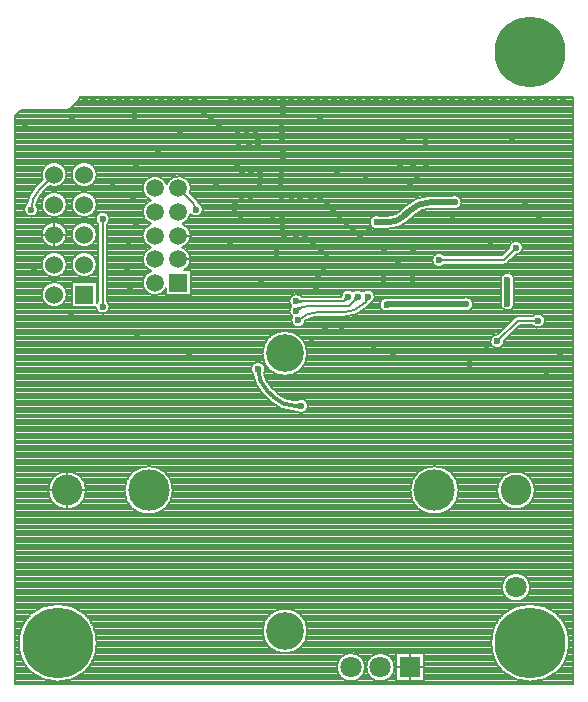
<source format=gbl>
G04*
G04 #@! TF.GenerationSoftware,Altium Limited,Altium Designer,18.1.7 (191)*
G04*
G04 Layer_Physical_Order=2*
G04 Layer_Color=16711680*
%FSLAX24Y24*%
%MOIN*%
G70*
G01*
G75*
%ADD11C,0.0079*%
%ADD17C,0.0197*%
%ADD53C,0.0138*%
%ADD70C,0.2362*%
%ADD71C,0.0709*%
%ADD72R,0.0709X0.0709*%
%ADD73C,0.0600*%
%ADD74R,0.0600X0.0600*%
%ADD75C,0.1260*%
%ADD76C,0.0591*%
%ADD77R,0.0591X0.0591*%
%ADD78C,0.1024*%
%ADD79C,0.1378*%
%ADD80C,0.0236*%
G36*
X9701Y12672D02*
X9692Y12667D01*
X9683Y12661D01*
X9675Y12654D01*
X9668Y12647D01*
X9662Y12639D01*
X9657Y12630D01*
X9653Y12620D01*
X9649Y12610D01*
X9647Y12599D01*
X9645Y12587D01*
X9542Y12716D01*
X9553Y12715D01*
X9564Y12714D01*
X9575Y12715D01*
X9586Y12715D01*
X9597Y12717D01*
X9608Y12719D01*
X9619Y12722D01*
X9629Y12726D01*
X9640Y12730D01*
X9650Y12735D01*
X9701Y12672D01*
D02*
G37*
G36*
X9706Y12874D02*
X9695Y12874D01*
X9684Y12872D01*
X9674Y12870D01*
X9664Y12868D01*
X9653Y12864D01*
X9643Y12860D01*
X9634Y12854D01*
X9624Y12848D01*
X9614Y12841D01*
X9605Y12834D01*
X9618Y12999D01*
X9626Y12990D01*
X9634Y12982D01*
X9643Y12975D01*
X9652Y12969D01*
X9661Y12964D01*
X9671Y12960D01*
X9681Y12957D01*
X9691Y12955D01*
X9702Y12953D01*
X9713Y12953D01*
X9706Y12874D01*
D02*
G37*
G36*
X11103Y12970D02*
X11111Y12978D01*
X11117Y12986D01*
X11123Y12995D01*
X11128Y13005D01*
X11132Y13014D01*
X11136Y13025D01*
X11139Y13035D01*
X11140Y13046D01*
X11141Y13058D01*
X11142Y13070D01*
X11259Y12953D01*
X11247Y12952D01*
X11235Y12951D01*
X11224Y12950D01*
X11214Y12947D01*
X11203Y12943D01*
X11194Y12939D01*
X11184Y12934D01*
X11175Y12928D01*
X11167Y12922D01*
X11159Y12914D01*
X11103Y12970D01*
D02*
G37*
G36*
X11425Y12958D02*
X11432Y12966D01*
X11439Y12974D01*
X11445Y12983D01*
X11449Y12993D01*
X11453Y13002D01*
X11456Y13012D01*
X11458Y13023D01*
X11459Y13033D01*
X11459Y13045D01*
X11458Y13056D01*
X11587Y12953D01*
X11575Y12952D01*
X11563Y12950D01*
X11552Y12947D01*
X11542Y12943D01*
X11531Y12939D01*
X11522Y12934D01*
X11512Y12929D01*
X11504Y12923D01*
X11495Y12916D01*
X11487Y12909D01*
X11425Y12958D01*
D02*
G37*
G36*
X11819Y12938D02*
X11824Y12944D01*
X11832Y12955D01*
X11835Y12960D01*
X11837Y12964D01*
X11838Y12968D01*
X11838Y12971D01*
X11838Y12974D01*
X11837Y12977D01*
X11835Y12979D01*
X11930Y12955D01*
X11929Y12954D01*
X11928Y12953D01*
X11926Y12951D01*
X11921Y12945D01*
X11906Y12924D01*
X11902Y12917D01*
X11819Y12938D01*
D02*
G37*
D11*
X17087Y14705D02*
G03*
X16615Y14692I-236J0D01*
G01*
X16837Y14469D02*
G03*
X17087Y14705I13J236D01*
G01*
X16437Y14134D02*
G03*
X16549Y14180I0J157D01*
G01*
X16437Y14134D02*
G03*
X16548Y14180I0J157D01*
G01*
X16801Y13642D02*
G03*
X16348Y13547I-236J0D01*
G01*
X16782D02*
G03*
X16801Y13642I-217J94D01*
G01*
Y12835D02*
G03*
X16782Y12929I-236J0D01*
G01*
X17825Y12274D02*
G03*
X17413Y12431I-236J0D01*
G01*
X16919D02*
G03*
X16808Y12385I0J-157D01*
G01*
X16919Y12431D02*
G03*
X16808Y12385I0J-157D01*
G01*
X17413Y12116D02*
G03*
X17825Y12274I176J157D01*
G01*
X15423Y12815D02*
G03*
X15093Y13032I-236J0D01*
G01*
X16348Y12929D02*
G03*
X16801Y12835I217J-94D01*
G01*
X15093Y12598D02*
G03*
X15423Y12815I94J217D01*
G01*
X15039Y16220D02*
G03*
X14709Y16437I-236J0D01*
G01*
X13997D02*
G03*
X13137Y16081I0J-1217D01*
G01*
X14709Y16004D02*
G03*
X15039Y16220I94J217D01*
G01*
X6288Y16185D02*
G03*
X6202Y16304I-416J-210D01*
G01*
X13063Y16007D02*
G03*
X12936Y15887I86J-220D01*
G01*
X13997Y16004D02*
G03*
X13443Y15774I0J-783D01*
G01*
X12579Y15768D02*
G03*
X12936Y15887I0J590D01*
G01*
X13224Y15563D02*
G03*
X13369Y15701I-74J224D01*
G01*
X12579Y15335D02*
G03*
X13224Y15563I0J1023D01*
G01*
X12299Y15768D02*
G03*
X12299Y15335I-94J-217D01*
G01*
X6417Y15974D02*
G03*
X6288Y16185I-236J0D01*
G01*
X6006Y15816D02*
G03*
X6417Y15974I175J159D01*
G01*
X6014Y16683D02*
G03*
X5207Y16809I-413J0D01*
G01*
X5982Y16524D02*
G03*
X6014Y16683I-382J159D01*
G01*
X5207Y16809D02*
G03*
X4687Y16289I-394J-126D01*
G01*
X5726Y15502D02*
G03*
X6006Y15816I-126J394D01*
G01*
X6014Y15108D02*
G03*
X5726Y15502I-413J0D01*
G01*
X4687Y16289D02*
G03*
X4687Y15502I126J-394D01*
G01*
D02*
G03*
X4687Y14715I126J-394D01*
G01*
X5726D02*
G03*
X6014Y15108I-126J394D01*
G01*
X3228Y15485D02*
G03*
X3307Y15661I-157J176D01*
G01*
X14467Y14449D02*
G03*
X14467Y14134I-176J-157D01*
G01*
X12145Y13071D02*
G03*
X11742Y13238I-236J0D01*
G01*
X11742D02*
G03*
X11417Y13247I-167J-167D01*
G01*
X11417D02*
G03*
X11024Y13084I-157J-176D01*
G01*
X12005Y12855D02*
G03*
X12145Y13071I-97J216D01*
G01*
X12607Y13032D02*
G03*
X12654Y12598I-67J-226D01*
G01*
X11950Y12790D02*
G03*
X11991Y12838I-280J280D01*
G01*
X11112Y12402D02*
G03*
X11879Y12719I0J1084D01*
G01*
X9698Y13086D02*
G03*
X9356Y12761I-171J-163D01*
G01*
D02*
G03*
X9393Y12404I172J-162D01*
G01*
X10262Y12402D02*
G03*
X9832Y12273I0J-783D01*
G01*
X9393Y12404D02*
G03*
X9832Y12273I203J-121D01*
G01*
X6014Y14321D02*
G03*
X5726Y14715I-413J0D01*
G01*
X5776Y13947D02*
G03*
X6014Y14321I-176J374D01*
G01*
X4687Y14715D02*
G03*
X4687Y13927I126J-394D01*
G01*
D02*
G03*
X5187Y13357I126J-394D01*
G01*
X3307Y12736D02*
G03*
X3228Y12912I-236J0D01*
G01*
X16243Y11820D02*
G03*
X16467Y11585I-13J-236D01*
G01*
X17480Y6614D02*
G03*
X17480Y6614I-630J0D01*
G01*
X17323Y3386D02*
G03*
X17323Y3386I-472J0D01*
G01*
D02*
G03*
X17323Y3386I-472J0D01*
G01*
X18622Y1535D02*
G03*
X18622Y1535I-1299J0D01*
G01*
X9921Y9429D02*
G03*
X9541Y9616I-236J0D01*
G01*
X8904Y9854D02*
G03*
X9479Y9616I575J575D01*
G01*
X8640Y9590D02*
G03*
X9479Y9242I839J839D01*
G01*
X14941Y6614D02*
G03*
X14941Y6614I-807J0D01*
G01*
D02*
G03*
X14941Y6614I-807J0D01*
G01*
X9541Y9242D02*
G03*
X9921Y9429I144J187D01*
G01*
X9892Y11181D02*
G03*
X9892Y11181I-748J0D01*
G01*
D02*
G03*
X9892Y11181I-748J0D01*
G01*
X8454Y10528D02*
G03*
X8494Y10659I-196J131D01*
G01*
D02*
G03*
X8080Y10504I-236J0D01*
G01*
X8454Y10528D02*
G03*
X8683Y10076I804J122D01*
G01*
X8080Y10504D02*
G03*
X8419Y9811I1178J146D01*
G01*
X5413Y6614D02*
G03*
X5413Y6614I-807J0D01*
G01*
D02*
G03*
X5413Y6614I-807J0D01*
G01*
X12805Y719D02*
G03*
X12805Y719I-472J0D01*
G01*
X11821D02*
G03*
X11821Y719I-472J0D01*
G01*
X9900Y1929D02*
G03*
X9900Y1929I-748J0D01*
G01*
D02*
G03*
X9900Y1929I-748J0D01*
G01*
X2277Y19623D02*
G03*
X2323Y19734I-111J111D01*
G01*
X2277Y19623D02*
G03*
X2323Y19734I-111J112D01*
G01*
X2875Y17142D02*
G03*
X2875Y17142I-418J0D01*
G01*
Y16142D02*
G03*
X2875Y16142I-418J0D01*
G01*
X3307Y15661D02*
G03*
X2913Y15485I-236J0D01*
G01*
X2875Y15142D02*
G03*
X2875Y15142I-418J0D01*
G01*
Y14142D02*
G03*
X2875Y14142I-418J0D01*
G01*
X1890Y19301D02*
G03*
X2001Y19347I0J157D01*
G01*
X1890Y19301D02*
G03*
X2001Y19347I0J157D01*
G01*
X1875Y17142D02*
G03*
X1071Y16979I-418J0D01*
G01*
X1294Y16757D02*
G03*
X1875Y17142I163J385D01*
G01*
Y16142D02*
G03*
X1875Y16142I-418J0D01*
G01*
X860Y16768D02*
G03*
X548Y16164I794J-794D01*
G01*
X1083Y16545D02*
G03*
X863Y16135I571J-571D01*
G01*
X925Y15974D02*
G03*
X863Y16135I-236J0D01*
G01*
X548Y16164D02*
G03*
X925Y15974I141J-189D01*
G01*
X1875Y15142D02*
G03*
X1875Y15142I-418J0D01*
G01*
Y14142D02*
G03*
X1875Y14142I-418J0D01*
G01*
X2913Y12912D02*
G03*
X2875Y12868I157J-176D01*
G01*
X1875Y13142D02*
G03*
X1875Y13142I-418J0D01*
G01*
X2835Y12724D02*
G03*
X3307Y12736I236J13D01*
G01*
X2520Y6614D02*
G03*
X2520Y6614I-630J0D01*
G01*
X2874Y1535D02*
G03*
X2874Y1535I-1299J0D01*
G01*
X11112Y12559D02*
G03*
X11767Y12830I0J927D01*
G01*
X10262Y12559D02*
G03*
X9596Y12283I0J-941D01*
G01*
X3091Y15709D02*
G03*
X3071Y15661I48J-48D01*
G01*
X9908Y12756D02*
G03*
X9528Y12598I0J-538D01*
G01*
X972Y16657D02*
G03*
X689Y15974I682J-682D01*
G01*
X11839Y12902D02*
G03*
X11909Y13071I-169J169D01*
G01*
X6181Y15974D02*
G03*
X6091Y16193I-309J0D01*
G01*
X15026Y16299D02*
X18740D01*
X15039Y16220D02*
X18740D01*
X14809Y16457D02*
X18740D01*
X14979Y16378D02*
X18740D01*
X15026Y16142D02*
X18740D01*
X14979Y16063D02*
X18740D01*
X13822Y15984D02*
X18740D01*
X13617Y15905D02*
X18740D01*
X17065Y14803D02*
X18740D01*
X17086Y14724D02*
X18740D01*
X17007Y14882D02*
X18740D01*
X17079Y14646D02*
X18740D01*
X17042Y14567D02*
X18740D01*
X14422Y14488D02*
X16411D01*
X16945D02*
X18740D01*
X16778Y14409D02*
X18740D01*
X16699Y14331D02*
X18740D01*
X16620Y14252D02*
X18740D01*
X16660Y13858D02*
X18740D01*
X16757Y13779D02*
X18740D01*
X16541Y14173D02*
X18740D01*
X14422Y14094D02*
X18740D01*
X16549Y14180D02*
X16837Y14469D01*
X14467Y14449D02*
X16372D01*
X16615Y14692D01*
X14467Y14134D02*
X16437D01*
X13501Y15827D02*
X18740D01*
X13416Y15748D02*
X18740D01*
X5986Y16535D02*
X18740D01*
X13354Y15669D02*
X18740D01*
X13280Y15590D02*
X18740D01*
X13155Y15512D02*
X18740D01*
X13017Y15433D02*
X18740D01*
X12779Y15354D02*
X18740D01*
X5933Y16929D02*
X18740D01*
X5978Y16850D02*
X18740D01*
X5690Y17087D02*
X18740D01*
X5856Y17008D02*
X18740D01*
X6014Y16693D02*
X18740D01*
X6008Y16614D02*
X18740D01*
X6004Y16772D02*
X18740D01*
X6014Y15118D02*
X18740D01*
X6008Y15039D02*
X18740D01*
X5978Y15276D02*
X18740D01*
X6004Y15197D02*
X18740D01*
X5986Y14961D02*
X18740D01*
X6014Y13937D02*
X18740D01*
X5946Y14882D02*
X16694D01*
X5879Y14016D02*
X18740D01*
X5879Y14803D02*
X16636D01*
X5933Y14567D02*
X16490D01*
X5754Y14724D02*
X16615D01*
X5856Y14646D02*
X16569D01*
X6014Y13779D02*
X16373D01*
X6014Y13701D02*
X16336D01*
X6014Y13858D02*
X16470D01*
X16794Y13701D02*
X18740D01*
X16800Y13622D02*
X18740D01*
X16782Y13543D02*
X18740D01*
X16782Y13464D02*
X18740D01*
X16782Y13228D02*
X18740D01*
X16788Y12913D02*
X18740D01*
X16782Y13386D02*
X18740D01*
X16782Y13307D02*
X18740D01*
X16782Y13150D02*
X18740D01*
X16782Y13071D02*
X18740D01*
X16782Y12929D02*
Y13547D01*
X16801Y12835D02*
X18740D01*
X16782Y12992D02*
X18740D01*
X17808Y12362D02*
X18740D01*
X17825Y12283D02*
X18740D01*
X16788Y12756D02*
X18740D01*
X17755Y12441D02*
X18740D01*
X17815Y12205D02*
X18740D01*
X17773Y12126D02*
X18740D01*
X17656Y12047D02*
X18740D01*
X16837Y11968D02*
X18740D01*
X16919Y12431D02*
X17413D01*
X16985Y12116D02*
X17413D01*
X16916Y12047D02*
X17521D01*
X6014Y13386D02*
X16348D01*
X11914Y13307D02*
X16348D01*
X6014Y13543D02*
X16348D01*
X6014Y13464D02*
X16348D01*
X12145Y13071D02*
X16348D01*
X16741Y12677D02*
X18740D01*
X12085Y13228D02*
X16348D01*
X12132Y13150D02*
X16348D01*
X15343Y12992D02*
X16348D01*
Y12929D02*
Y13547D01*
X6014Y13622D02*
X16330D01*
X15422Y12835D02*
X16329D01*
X15416Y12756D02*
X16342D01*
X15402Y12913D02*
X16342D01*
X15281Y12598D02*
X18740D01*
X11604Y12520D02*
X18740D01*
X11401Y12441D02*
X17422D01*
X16758Y11890D02*
X18740D01*
X16679Y11811D02*
X18740D01*
X10016Y12362D02*
X16785D01*
X16243Y11820D02*
X16808Y12385D01*
X15379Y12677D02*
X16389D01*
X12654Y12598D02*
X15093D01*
X9848Y12283D02*
X16706D01*
X9819Y12205D02*
X16628D01*
X9772Y12126D02*
X16549D01*
X9383Y11890D02*
X16313D01*
X13997Y16437D02*
X14709D01*
X6050Y16457D02*
X14797D01*
X13997Y16004D02*
X14709D01*
X6128Y16378D02*
X13622D01*
X6207Y16299D02*
X13434D01*
X6268Y16220D02*
X13304D01*
X6348Y16142D02*
X13202D01*
X5982Y16524D02*
X6202Y16304D01*
X13063Y16007D02*
X13136Y16080D01*
X6417Y15984D02*
X13019D01*
X6400Y16063D02*
X13119D01*
X6407Y15905D02*
X12945D01*
X13369Y15701D02*
X13443Y15774D01*
X6365Y15827D02*
X12836D01*
X12299Y15768D02*
X12579D01*
X6248Y15748D02*
X12074D01*
X12299Y15335D02*
X12579D01*
X5986Y15748D02*
X6114D01*
X5145Y16929D02*
X5268D01*
X4903Y17087D02*
X5510D01*
X5069Y17008D02*
X5345D01*
X5946Y15669D02*
X12000D01*
X5879Y15590D02*
X11972D01*
X5754Y15512D02*
X11972D01*
X5191Y16850D02*
X5222D01*
X3239Y15827D02*
X4405D01*
X3291Y15748D02*
X4427D01*
X3307Y15669D02*
X4467D01*
X3296Y15590D02*
X4534D01*
X3254Y15512D02*
X4660D01*
X5856Y15433D02*
X12000D01*
X5933Y15354D02*
X12074D01*
X5600Y15108D02*
X5974D01*
X3228Y15354D02*
X4481D01*
X3228Y15276D02*
X4435D01*
X3228Y12912D02*
Y15485D01*
Y15118D02*
X4400D01*
X3228Y14961D02*
X4427D01*
X3228Y15197D02*
X4409D01*
X11265Y13307D02*
X11569D01*
X12607Y13032D02*
X15093D01*
X12132Y12992D02*
X12396D01*
X11580Y13307D02*
X11903D01*
X12085Y12913D02*
X12330D01*
X6014Y13120D02*
Y13947D01*
Y13307D02*
X11254D01*
X6014Y13228D02*
X11084D01*
X9594Y13150D02*
X11037D01*
X9730Y13071D02*
X11021D01*
X6014Y13150D02*
X9461D01*
X11988Y12835D02*
X12306D01*
X11916Y12756D02*
X12309D01*
X12654Y12598D02*
X15093D01*
X11834Y12677D02*
X12341D01*
X11735Y12598D02*
X12426D01*
X11879Y12719D02*
X11950Y12790D01*
X10262Y12402D02*
X11112D01*
X6004Y14409D02*
X14087D01*
X6014Y14331D02*
X14058D01*
X5978Y14488D02*
X14161D01*
X6008Y14252D02*
X14058D01*
X5986Y14173D02*
X14087D01*
X5946Y14094D02*
X14161D01*
X3228Y14724D02*
X4660D01*
X5600Y14321D02*
X5974D01*
X3228Y14567D02*
X4481D01*
X3228Y14173D02*
X4427D01*
X3228Y14016D02*
X4534D01*
X5776Y13947D02*
X6014D01*
X3228Y14094D02*
X4467D01*
X5187Y13120D02*
X6014D01*
X5187D02*
Y13357D01*
X5092Y13228D02*
X5187D01*
X4966Y13150D02*
X5187D01*
X3306Y12756D02*
X9351D01*
X3300Y12677D02*
X9305D01*
X3286Y12835D02*
X9309D01*
X3263Y12598D02*
X9291D01*
X3228Y13937D02*
X4660D01*
X3228Y13858D02*
X4557D01*
X3228Y13150D02*
X4660D01*
X3228Y13622D02*
X4409D01*
X16601Y11732D02*
X18740D01*
X16466Y11575D02*
X18740D01*
X16449Y11496D02*
X18740D01*
X16397Y11417D02*
X18740D01*
X17342Y7008D02*
X18740D01*
X17396Y6929D02*
X18740D01*
X16859Y7244D02*
X18740D01*
X17155Y7165D02*
X18740D01*
X16522Y11653D02*
X18740D01*
X16466Y11598D02*
X16985Y12116D01*
X14638Y7244D02*
X16842D01*
X14788Y7087D02*
X16434D01*
X17267D02*
X18740D01*
X14723Y7165D02*
X16545D01*
X17475Y6693D02*
X18740D01*
X17480Y6614D02*
X18740D01*
X17434Y6850D02*
X18740D01*
X17460Y6772D02*
X18740D01*
X17475Y6535D02*
X18740D01*
X17460Y6457D02*
X18740D01*
X17434Y6378D02*
X18740D01*
X17396Y6299D02*
X18740D01*
X17342Y6220D02*
X18740D01*
Y157D02*
Y19734D01*
X14788Y6142D02*
X16434D01*
X17267D02*
X18740D01*
X17155Y6063D02*
X18740D01*
X14723D02*
X16546D01*
X9780Y10787D02*
X18740D01*
X9724Y10709D02*
X18740D01*
X9649Y10630D02*
X18740D01*
X9547Y10551D02*
X18740D01*
X9383Y10472D02*
X18740D01*
X8558Y10236D02*
X18740D01*
X8486Y10394D02*
X18740D01*
X8517Y10315D02*
X18740D01*
X9888Y11260D02*
X18740D01*
X9892Y11181D02*
X18740D01*
X9875Y11339D02*
X18740D01*
X9888Y11102D02*
X18740D01*
X9875Y11024D02*
X18740D01*
X9853Y10945D02*
X18740D01*
X9822Y10866D02*
X18740D01*
X9920Y9449D02*
X18740D01*
X9914Y9370D02*
X18740D01*
X9841Y9606D02*
X18740D01*
X9900Y9528D02*
X18740D01*
X14311Y7402D02*
X18740D01*
X14520Y7323D02*
X18740D01*
X9877Y9291D02*
X18740D01*
X9779Y9213D02*
X18740D01*
X8759Y10000D02*
X18740D01*
X8837Y9921D02*
X18740D01*
X8611Y10157D02*
X18740D01*
X8680Y10079D02*
X18740D01*
X9012Y9764D02*
X18740D01*
X9152Y9685D02*
X18740D01*
X8916Y9842D02*
X18740D01*
X18548Y1968D02*
X18740D01*
X18573Y1890D02*
X18740D01*
X18480Y2126D02*
X18740D01*
X18517Y2047D02*
X18740D01*
X18617Y1654D02*
X18740D01*
X18621Y1575D02*
X18740D01*
X18592Y1811D02*
X18740D01*
X18607Y1732D02*
X18740D01*
X18171Y2520D02*
X18740D01*
X18255Y2441D02*
X18740D01*
X17943Y2677D02*
X18740D01*
X18070Y2598D02*
X18740D01*
X18385Y2283D02*
X18740D01*
X18436Y2205D02*
X18740D01*
X18325Y2362D02*
X18740D01*
X18480Y945D02*
X18740D01*
X18436Y866D02*
X18740D01*
X18385Y787D02*
X18740D01*
X18325Y709D02*
X18740D01*
X18254Y630D02*
X18740D01*
X18171Y551D02*
X18740D01*
X18070Y472D02*
X18740D01*
X17943Y394D02*
X18740D01*
X18621Y1496D02*
X18740D01*
X18617Y1417D02*
X18740D01*
X18607Y1339D02*
X18740D01*
X18592Y1260D02*
X18740D01*
X18573Y1181D02*
X18740D01*
X18548Y1102D02*
X18740D01*
X18517Y1024D02*
X18740D01*
X17316Y3465D02*
X18740D01*
X17323Y3386D02*
X18740D01*
X17296Y3543D02*
X18740D01*
X17316Y3307D02*
X18740D01*
X17296Y3228D02*
X18740D01*
X17260Y3150D02*
X18740D01*
X17202Y3071D02*
X18740D01*
X17111Y2992D02*
X18740D01*
X14638Y5984D02*
X18740D01*
X16857Y3858D02*
X18740D01*
X14520Y5905D02*
X18740D01*
X14311Y5827D02*
X18740D01*
X17203Y3701D02*
X18740D01*
X17260Y3622D02*
X18740D01*
X17112Y3779D02*
X18740D01*
X17334Y2835D02*
X18740D01*
X17768Y2756D02*
X18740D01*
X17768Y315D02*
X18740D01*
X13789Y394D02*
X16703D01*
X13789Y315D02*
X16878D01*
X9611Y2520D02*
X16475D01*
X9697Y2441D02*
X16391D01*
X9160Y2677D02*
X16703D01*
X9486Y2598D02*
X16576D01*
X13789Y551D02*
X16475D01*
X13789Y472D02*
X16576D01*
X13789Y630D02*
X16391D01*
X9724Y11653D02*
X16004D01*
X9780Y11575D02*
X15994D01*
X9547Y11811D02*
X16163D01*
X9649Y11732D02*
X16046D01*
X9822Y11496D02*
X16011D01*
X9853Y11417D02*
X16064D01*
X9479Y9616D02*
X9541D01*
X8489Y10709D02*
X8564D01*
X8492Y10630D02*
X8638D01*
X8468Y10551D02*
X8740D01*
X8465Y10472D02*
X8904D01*
X8683Y10076D02*
X8904Y9854D01*
X14906Y6850D02*
X16266D01*
X14925Y6772D02*
X16240D01*
X14838Y7008D02*
X16359D01*
X14877Y6929D02*
X16305D01*
X14925Y6457D02*
X16240D01*
X14906Y6378D02*
X16266D01*
X14877Y6299D02*
X16305D01*
X14838Y6220D02*
X16359D01*
X9479Y9242D02*
X9541D01*
X14937Y6693D02*
X16225D01*
X14941Y6614D02*
X16220D01*
X14937Y6535D02*
X16225D01*
X4784Y7402D02*
X13956D01*
X4993Y7323D02*
X13748D01*
X5261Y7087D02*
X13479D01*
X5311Y7008D02*
X13429D01*
X5111Y7244D02*
X13629D01*
X5196Y7165D02*
X13544D01*
X8456Y10787D02*
X8508D01*
X8372Y10866D02*
X8465D01*
X8419Y9811D02*
X8640Y9590D01*
X5378Y6850D02*
X13362D01*
X5378Y6378D02*
X13362D01*
X5349Y6929D02*
X13391D01*
X5349Y6299D02*
X13391D01*
X5311Y6220D02*
X13429D01*
X5261Y6142D02*
X13480D01*
X5196Y6063D02*
X13544D01*
X5111Y5984D02*
X13629D01*
X5398Y6772D02*
X13342D01*
X5410Y6693D02*
X13331D01*
X5413Y6614D02*
X13327D01*
X5410Y6535D02*
X13331D01*
X5398Y6457D02*
X13342D01*
X13789Y1102D02*
X16098D01*
X13789Y1024D02*
X16129D01*
X12844Y1191D02*
X13789D01*
Y1181D02*
X16073D01*
X13789Y945D02*
X16166D01*
X13789Y866D02*
X16209D01*
X13789Y787D02*
X16261D01*
X12884Y719D02*
X13317D01*
X12693Y1024D02*
X12844D01*
X12747Y945D02*
X12844D01*
X12429Y1181D02*
X12844D01*
X12608Y1102D02*
X12844D01*
X12781Y866D02*
X12844D01*
X12800Y787D02*
X12844D01*
X11816D02*
X11865D01*
X13317Y719D02*
Y1152D01*
X13789Y246D02*
Y1191D01*
X13317Y719D02*
X13750D01*
X13317Y285D02*
Y719D01*
X13789Y709D02*
X16321D01*
X12844Y246D02*
X13789D01*
X12805Y709D02*
X12844D01*
X12797Y630D02*
X12844D01*
X12774Y551D02*
X12844D01*
Y246D02*
Y1191D01*
X11821Y709D02*
X11860D01*
X12736Y472D02*
X12844D01*
X12676Y394D02*
X12844D01*
X12578Y315D02*
X12844D01*
X9847Y2205D02*
X16209D01*
X9873Y2126D02*
X16166D01*
X9762Y2362D02*
X16321D01*
X9811Y2283D02*
X16261D01*
X9899Y1968D02*
X16098D01*
X9899Y1890D02*
X16073D01*
X9890Y2047D02*
X16129D01*
X9890Y1811D02*
X16053D01*
X9873Y1732D02*
X16039D01*
X9847Y1654D02*
X16029D01*
X4992Y5905D02*
X13748D01*
X4783Y5827D02*
X13957D01*
X9811Y1575D02*
X16024D01*
X9762Y1496D02*
X16024D01*
X9697Y1417D02*
X16029D01*
X11445Y1181D02*
X12237D01*
X11624Y1102D02*
X12057D01*
X9611Y1339D02*
X16039D01*
X9486Y1260D02*
X16053D01*
X11709Y1024D02*
X11972D01*
X11752Y472D02*
X11929D01*
X11691Y394D02*
X11990D01*
X11594Y315D02*
X12087D01*
X11763Y945D02*
X11918D01*
X11797Y866D02*
X11884D01*
X11812Y630D02*
X11869D01*
X11790Y551D02*
X11891D01*
X2323Y19734D02*
X18740D01*
X2315Y19685D02*
X18740D01*
X2260Y19606D02*
X18740D01*
X2181Y19527D02*
X18740D01*
X2702Y17480D02*
X18740D01*
X2862Y17244D02*
X18740D01*
X2103Y19449D02*
X18740D01*
X2484Y17559D02*
X18740D01*
X2784Y17401D02*
X18740D01*
X2834Y17323D02*
X18740D01*
X2874Y17165D02*
X18740D01*
X2871Y17087D02*
X4723D01*
X2853Y17008D02*
X4557D01*
X2817Y16929D02*
X4481D01*
X2802Y16378D02*
X4534D01*
X2757Y16850D02*
X4435D01*
X2732Y16457D02*
X4467D01*
X2867Y16220D02*
X4557D01*
X2875Y16142D02*
X4481D01*
X2844Y16299D02*
X4660D01*
X2867Y16063D02*
X4435D01*
X2651Y16772D02*
X4409D01*
X2598Y16535D02*
X4427D01*
X2844Y15984D02*
X4409D01*
X2802Y15905D02*
X4400D01*
X2024Y19370D02*
X18740D01*
X351Y19291D02*
X18740D01*
X272Y19213D02*
X18740D01*
X193Y19134D02*
X18740D01*
X157Y18898D02*
X18740D01*
X157Y18504D02*
X18740D01*
X157Y19055D02*
X18740D01*
X157Y18976D02*
X18740D01*
X2001Y19347D02*
X2277Y19623D01*
X157Y18819D02*
X18740D01*
X157Y18740D02*
X18740D01*
X157Y18661D02*
X18740D01*
X157Y18425D02*
X18740D01*
X157Y18346D02*
X18740D01*
X157Y18583D02*
X18740D01*
X157Y18110D02*
X18740D01*
X157Y18031D02*
X18740D01*
X157Y18268D02*
X18740D01*
X157Y18189D02*
X18740D01*
X157Y17795D02*
X18740D01*
X157Y17716D02*
X18740D01*
X157Y17953D02*
X18740D01*
X157Y17874D02*
X18740D01*
X1702Y17480D02*
X2211D01*
X1651Y16772D02*
X2262D01*
X157Y17638D02*
X18740D01*
X1484Y17559D02*
X2430D01*
X1231Y16693D02*
X4400D01*
X1598Y16535D02*
X2316D01*
X1152Y16614D02*
X4405D01*
X3228Y14882D02*
X4467D01*
X3228Y14803D02*
X4534D01*
X3228Y15433D02*
X4557D01*
X3228Y15039D02*
X4405D01*
X3228Y14409D02*
X4409D01*
X3228Y14252D02*
X4405D01*
X3228Y14646D02*
X4557D01*
X3228Y14488D02*
X4435D01*
X2871Y15197D02*
X2913D01*
X2874Y15118D02*
X2913D01*
X2853Y15276D02*
X2913D01*
X2862Y15039D02*
X2913D01*
X3228Y14331D02*
X4400D01*
X2874Y14173D02*
X2913D01*
X2860Y14252D02*
X2913D01*
X3228Y13779D02*
X4481D01*
X3228Y13701D02*
X4435D01*
X2875Y13543D02*
X2913D01*
X3228D02*
X4400D01*
X3228Y13307D02*
X4467D01*
X3228Y13228D02*
X4534D01*
X3228Y13464D02*
X4405D01*
X3228Y13386D02*
X4427D01*
X2875Y13464D02*
X2913D01*
X2875Y13386D02*
X2913D01*
X2872Y14094D02*
X2913D01*
X2855Y14016D02*
X2913D01*
X2875Y13228D02*
X2913D01*
X2875Y13150D02*
X2913D01*
X2875Y13307D02*
X2913D01*
X2757Y15433D02*
X2913D01*
X2817Y15354D02*
X2913D01*
X2732Y15827D02*
X2902D01*
X2651Y15512D02*
X2888D01*
X2834Y14961D02*
X2913D01*
X2784Y14882D02*
X2913D01*
X2702Y14803D02*
X2913D01*
X2481Y14724D02*
X2913D01*
X1597Y15748D02*
X2316D01*
X2597D02*
X2851D01*
X157Y15669D02*
X2835D01*
X157Y15590D02*
X2845D01*
X1651Y15512D02*
X2262D01*
X1702Y14803D02*
X2211D01*
X1481Y14724D02*
X2432D01*
X2691Y14488D02*
X2913D01*
X2778Y14409D02*
X2913D01*
X157Y14646D02*
X2913D01*
X157Y14567D02*
X2913D01*
X2830Y14331D02*
X2913D01*
X2821Y13937D02*
X2913D01*
X2764Y13858D02*
X2913D01*
X157Y13701D02*
X2913D01*
X2665Y13779D02*
X2913D01*
X1691Y14488D02*
X2223D01*
X1665Y13779D02*
X2248D01*
X2039Y13560D02*
X2875D01*
X157Y13622D02*
X2913D01*
X1862Y17244D02*
X2051D01*
X1874Y17165D02*
X2039D01*
X1784Y17401D02*
X2129D01*
X1834Y17323D02*
X2080D01*
X1871Y17087D02*
X2042D01*
X1853Y17008D02*
X2061D01*
X1817Y16929D02*
X2097D01*
X1757Y16850D02*
X2157D01*
X1083Y16545D02*
X1294Y16757D01*
X1073Y16535D02*
X1316D01*
X1006Y16457D02*
X1182D01*
X1844Y16299D02*
X2069D01*
X1867Y16220D02*
X2046D01*
X1732Y16457D02*
X2182D01*
X1802Y16378D02*
X2112D01*
X1875Y16142D02*
X2039D01*
X1867Y16063D02*
X2046D01*
X1844Y15984D02*
X2069D01*
X1802Y15905D02*
X2112D01*
X955Y16378D02*
X1112D01*
X915Y16299D02*
X1069D01*
X885Y16220D02*
X1046D01*
X925Y15984D02*
X1069D01*
X915Y15905D02*
X1112D01*
X908Y16063D02*
X1046D01*
X361Y19301D02*
X1890D01*
X157Y17559D02*
X1430D01*
X157Y17480D02*
X1211D01*
X157Y17401D02*
X1129D01*
X157Y17008D02*
X1061D01*
X860Y16768D02*
X1071Y16979D01*
X157Y17323D02*
X1080D01*
X157Y17244D02*
X1051D01*
X157Y17087D02*
X1042D01*
X157Y16929D02*
X1021D01*
X157Y19098D02*
X361Y19301D01*
X157Y17165D02*
X1039D01*
X157Y16772D02*
X864D01*
X157Y16693D02*
X792D01*
X157Y16850D02*
X943D01*
X157Y16614D02*
X732D01*
X157Y16535D02*
X682D01*
X864Y16142D02*
X1039D01*
X157Y16457D02*
X640D01*
X157Y16220D02*
X559D01*
X157Y16142D02*
X522D01*
X157Y16378D02*
X607D01*
X157Y16299D02*
X580D01*
X157Y15984D02*
X453D01*
X157Y15905D02*
X463D01*
X157Y16063D02*
X470D01*
X1817Y15354D02*
X2097D01*
X1853Y15276D02*
X2061D01*
X1732Y15827D02*
X2182D01*
X1757Y15433D02*
X2157D01*
X1871Y15197D02*
X2042D01*
X1862Y15039D02*
X2051D01*
X1834Y14961D02*
X2080D01*
X1784Y14882D02*
X2129D01*
X1457Y15142D02*
Y15520D01*
Y15142D02*
X1835D01*
X873Y15827D02*
X1182D01*
X1874Y15118D02*
X2039D01*
X1457Y14763D02*
Y15142D01*
X1078D02*
X1457D01*
X1860Y14252D02*
X2053D01*
X1874Y14173D02*
X2040D01*
X1778Y14409D02*
X2135D01*
X1830Y14331D02*
X2084D01*
X1872Y14094D02*
X2041D01*
X1855Y14016D02*
X2058D01*
X1821Y13937D02*
X2092D01*
X1764Y13858D02*
X2149D01*
X1722Y13464D02*
X2039D01*
X1796Y13386D02*
X2039D01*
X1573Y13543D02*
X2039D01*
X1866Y13228D02*
X2039D01*
X1875Y13150D02*
X2039D01*
X1841Y13307D02*
X2039D01*
X756Y15748D02*
X1316D01*
X157Y15512D02*
X1262D01*
X157Y15433D02*
X1157D01*
X157Y15354D02*
X1097D01*
X157Y14724D02*
X1432D01*
X157Y14488D02*
X1223D01*
X157Y14882D02*
X1129D01*
X157Y14803D02*
X1211D01*
X157Y15276D02*
X1061D01*
X157Y15197D02*
X1042D01*
X157Y15827D02*
X505D01*
X157Y15748D02*
X622D01*
X157Y15039D02*
X1051D01*
X157Y14961D02*
X1080D01*
X157Y15118D02*
X1039D01*
X157Y13937D02*
X1092D01*
X157Y13858D02*
X1149D01*
X157Y14409D02*
X1135D01*
X157Y14331D02*
X1084D01*
X157Y13464D02*
X1191D01*
X157Y13386D02*
X1117D01*
X157Y13779D02*
X1248D01*
X157Y13543D02*
X1340D01*
X157Y14094D02*
X1041D01*
X157Y14016D02*
X1058D01*
X157Y14252D02*
X1053D01*
X157Y14173D02*
X1040D01*
X157Y13228D02*
X1048D01*
X157Y13150D02*
X1039D01*
X157Y13307D02*
X1073D01*
X3228Y13071D02*
X9343D01*
X157Y12441D02*
X9352D01*
X157Y12362D02*
X9374D01*
X157Y12283D02*
X9360D01*
X157Y12047D02*
X16470D01*
X157Y11968D02*
X16391D01*
X157Y12205D02*
X9374D01*
X157Y12126D02*
X9420D01*
X3228Y12992D02*
X9302D01*
X3228Y12913D02*
X9292D01*
X3165Y12520D02*
X9305D01*
X157Y11890D02*
X8904D01*
X157Y11732D02*
X8638D01*
X157Y11653D02*
X8564D01*
X157Y11811D02*
X8740D01*
X157Y9449D02*
X8810D01*
X157Y9370D02*
X8943D01*
X157Y9606D02*
X8623D01*
X157Y9528D02*
X8707D01*
X157Y9134D02*
X18740D01*
X157Y9055D02*
X18740D01*
X157Y9291D02*
X9141D01*
X157Y9213D02*
X9591D01*
X157Y11417D02*
X8434D01*
X157Y11024D02*
X8412D01*
X157Y11575D02*
X8508D01*
X157Y11496D02*
X8465D01*
X157Y9764D02*
X8466D01*
X157Y9685D02*
X8545D01*
X157Y10945D02*
X8434D01*
X157Y8268D02*
X18740D01*
X157Y8189D02*
X18740D01*
X157Y8425D02*
X18740D01*
X157Y8346D02*
X18740D01*
X157Y7953D02*
X18740D01*
X157Y7874D02*
X18740D01*
X157Y8110D02*
X18740D01*
X157Y8031D02*
X18740D01*
X157Y8819D02*
X18740D01*
X157Y8740D02*
X18740D01*
X157Y8976D02*
X18740D01*
X157Y8898D02*
X18740D01*
X157Y8583D02*
X18740D01*
X157Y8504D02*
X18740D01*
X157Y8661D02*
X18740D01*
X157Y5433D02*
X18740D01*
X157Y5354D02*
X18740D01*
X157Y5591D02*
X18740D01*
X157Y5512D02*
X18740D01*
X157Y5118D02*
X18740D01*
X157Y5039D02*
X18740D01*
X157Y5276D02*
X18740D01*
X157Y5197D02*
X18740D01*
X157Y7638D02*
X18740D01*
X157Y7559D02*
X18740D01*
X157Y7795D02*
X18740D01*
X157Y7716D02*
X18740D01*
X157Y5748D02*
X18740D01*
X157Y5669D02*
X18740D01*
X157Y7480D02*
X18740D01*
X2322Y2598D02*
X8818D01*
X2423Y2520D02*
X8693D01*
X2020Y2756D02*
X16877D01*
X2195Y2677D02*
X9144D01*
X2873Y1575D02*
X8493D01*
X2873Y1496D02*
X8542D01*
X2507Y2441D02*
X8606D01*
X2577Y2362D02*
X8542D01*
X2732Y2126D02*
X8430D01*
X2769Y2047D02*
X8413D01*
X2637Y2283D02*
X8493D01*
X2688Y2205D02*
X8456D01*
X2859Y1732D02*
X8430D01*
X2869Y1654D02*
X8456D01*
X2844Y1811D02*
X8413D01*
X2825Y1181D02*
X11252D01*
X2800Y1102D02*
X11073D01*
X2769Y1024D02*
X10988D01*
X2732Y945D02*
X10934D01*
X2423Y551D02*
X10907D01*
X2322Y472D02*
X10945D01*
X2195Y394D02*
X11005D01*
X2020Y315D02*
X11103D01*
X2869Y1417D02*
X8606D01*
X2859Y1339D02*
X8693D01*
X2844Y1260D02*
X8818D01*
X2688Y866D02*
X10900D01*
X2637Y787D02*
X10881D01*
X2577Y709D02*
X10876D01*
X2506Y630D02*
X10884D01*
X157Y4803D02*
X18740D01*
X157Y4724D02*
X18740D01*
X157Y4961D02*
X18740D01*
X157Y4882D02*
X18740D01*
X157Y4488D02*
X18740D01*
X157Y4409D02*
X18740D01*
X157Y4646D02*
X18740D01*
X157Y4567D02*
X18740D01*
X157Y4173D02*
X18740D01*
X157Y4094D02*
X18740D01*
X157Y4331D02*
X18740D01*
X157Y4252D02*
X18740D01*
X157Y3937D02*
X18740D01*
X157Y3858D02*
X16844D01*
X157Y4016D02*
X18740D01*
X157Y3071D02*
X16498D01*
X157Y2992D02*
X16589D01*
X157Y3779D02*
X16589D01*
X157Y3701D02*
X16498D01*
X157Y2913D02*
X18740D01*
X1586Y2835D02*
X17312D01*
X157Y236D02*
X18740D01*
X157Y157D02*
X18740D01*
X157Y3465D02*
X16385D01*
X157Y3386D02*
X16378D01*
X157Y3622D02*
X16441D01*
X157Y3543D02*
X16405D01*
X157Y3228D02*
X16405D01*
X157Y3150D02*
X16441D01*
X157Y3307D02*
X16385D01*
X2913Y12912D02*
Y15485D01*
X2875Y12868D02*
Y13560D01*
Y13071D02*
X2913D01*
X1847Y12992D02*
X2039D01*
X2875D02*
X2913D01*
X2875Y12913D02*
X2913D01*
X2039Y12724D02*
X2835D01*
X1869Y13071D02*
X2039D01*
Y12724D02*
Y13560D01*
X157Y13071D02*
X1045D01*
X1807Y12913D02*
X2039D01*
X1740Y12835D02*
X2039D01*
X1618Y12756D02*
X2039D01*
X2195Y7165D02*
X4017D01*
X2306Y7087D02*
X3952D01*
X157Y11339D02*
X8412D01*
X1898Y7244D02*
X4102D01*
X2474Y6850D02*
X3835D01*
X2500Y6772D02*
X3815D01*
X2382Y7008D02*
X3902D01*
X2435Y6929D02*
X3863D01*
X157Y157D02*
Y19098D01*
Y12677D02*
X2842D01*
X157Y12598D02*
X2879D01*
X1890Y6614D02*
Y7205D01*
X157Y12520D02*
X2977D01*
X157Y11102D02*
X8400D01*
X157Y10866D02*
X8143D01*
X157Y11260D02*
X8400D01*
X157Y11181D02*
X8396D01*
X157Y10394D02*
X8099D01*
X157Y10315D02*
X8119D01*
X157Y10787D02*
X8059D01*
X157Y10472D02*
X8084D01*
X157Y12835D02*
X1173D01*
X157Y12756D02*
X1296D01*
X157Y12992D02*
X1066D01*
X157Y12913D02*
X1106D01*
X157Y10630D02*
X8024D01*
X157Y10551D02*
X8048D01*
X157Y10709D02*
X8027D01*
X157Y10079D02*
X8218D01*
X157Y10000D02*
X8265D01*
X157Y10236D02*
X8146D01*
X157Y10157D02*
X8178D01*
X157Y7402D02*
X4429D01*
X157Y7323D02*
X4220D01*
X157Y9921D02*
X8321D01*
X157Y9842D02*
X8388D01*
X157Y7087D02*
X1473D01*
X157Y7008D02*
X1398D01*
X157Y7244D02*
X1882D01*
X157Y7165D02*
X1585D01*
X157Y6850D02*
X1306D01*
X157Y6772D02*
X1280D01*
X157Y6929D02*
X1344D01*
X2515Y6693D02*
X3803D01*
X2520Y6614D02*
X3799D01*
X1299Y6614D02*
X1890D01*
X2480D01*
X2515Y6535D02*
X3803D01*
X2500Y6457D02*
X3815D01*
X2474Y6378D02*
X3835D01*
X2435Y6299D02*
X3863D01*
X157Y6535D02*
X1265D01*
X157Y6457D02*
X1280D01*
X157Y6693D02*
X1265D01*
X157Y6614D02*
X1260D01*
X157Y6299D02*
X1344D01*
X157Y6220D02*
X1398D01*
X157Y6378D02*
X1306D01*
X2381Y6220D02*
X3902D01*
X2306Y6142D02*
X3952D01*
X2195Y6063D02*
X4017D01*
X157Y5984D02*
X4102D01*
X2800Y1968D02*
X8405D01*
X2825Y1890D02*
X8405D01*
X157Y5905D02*
X4220D01*
X157Y5827D02*
X4429D01*
X1890Y6024D02*
Y6614D01*
X157Y6142D02*
X1473D01*
X157Y2835D02*
X1564D01*
X157Y2677D02*
X955D01*
X157Y2598D02*
X828D01*
X157Y2756D02*
X1129D01*
X157Y2441D02*
X643D01*
X157Y2362D02*
X573D01*
X157Y6063D02*
X1585D01*
X157Y2520D02*
X727D01*
X157Y2126D02*
X418D01*
X157Y2047D02*
X381D01*
X157Y2283D02*
X513D01*
X157Y2205D02*
X461D01*
X157Y1811D02*
X305D01*
X157Y1732D02*
X291D01*
X157Y1968D02*
X350D01*
X157Y1890D02*
X325D01*
X157Y1575D02*
X276D01*
X157Y1496D02*
X276D01*
X157Y1654D02*
X281D01*
X157Y709D02*
X573D01*
X157Y630D02*
X643D01*
X157Y866D02*
X461D01*
X157Y787D02*
X513D01*
X157Y394D02*
X955D01*
X157Y315D02*
X1129D01*
X157Y551D02*
X727D01*
X157Y472D02*
X828D01*
X157Y1260D02*
X305D01*
X157Y1181D02*
X325D01*
X157Y1417D02*
X281D01*
X157Y1339D02*
X291D01*
X157Y1024D02*
X381D01*
X157Y945D02*
X418D01*
X157Y1102D02*
X350D01*
X11767Y12830D02*
X11839Y12902D01*
X10262Y12559D02*
X11112D01*
X3071Y15689D02*
X3091Y15709D01*
X3071Y15661D02*
Y15689D01*
Y12736D02*
Y15661D01*
X9908Y12756D02*
X11279D01*
X9528Y12913D02*
X11102D01*
X972Y16657D02*
X1457Y17142D01*
X16919Y12274D02*
X17589D01*
X16230Y11585D02*
X16919Y12274D01*
X16437Y14291D02*
X16850Y14705D01*
X5600Y16683D02*
X6091Y16193D01*
X2297Y16302D02*
X2457Y16142D01*
X14291Y14291D02*
X16437D01*
X11575Y13052D02*
Y13071D01*
X11279Y12756D02*
X11575Y13052D01*
X11102Y12913D02*
X11260Y13071D01*
D17*
X13997Y16220D02*
G03*
X13290Y15928I0J-1000D01*
G01*
X12579Y15551D02*
G03*
X13150Y15787I0J807D01*
G01*
X12540Y12815D02*
X15187D01*
X13997Y16220D02*
X14803D01*
X13150Y15787D02*
X13290Y15928D01*
X12205Y15551D02*
X12579D01*
X16565Y12835D02*
Y13642D01*
D53*
X8772Y9722D02*
G03*
X9479Y9429I707J707D01*
G01*
X8258Y10650D02*
G03*
X8551Y9943I1000J0D01*
G01*
X8772Y9722D01*
X8258Y10650D02*
Y10659D01*
X9479Y9429D02*
X9685D01*
D70*
X17323Y21220D02*
D03*
Y1535D02*
D03*
X1575D02*
D03*
D71*
X12333Y719D02*
D03*
X11348D02*
D03*
X16850Y3386D02*
D03*
D72*
X13317Y719D02*
D03*
D73*
X2457Y14142D02*
D03*
Y17142D02*
D03*
Y16142D02*
D03*
X1457Y14142D02*
D03*
Y13142D02*
D03*
Y17142D02*
D03*
Y16142D02*
D03*
X2457Y15142D02*
D03*
X1457D02*
D03*
D74*
X2457Y13142D02*
D03*
D75*
X9152Y1929D02*
D03*
X9144Y11181D02*
D03*
D76*
X4813Y16683D02*
D03*
Y15896D02*
D03*
Y15108D02*
D03*
Y14321D02*
D03*
Y13533D02*
D03*
X5600Y16683D02*
D03*
Y15896D02*
D03*
Y15108D02*
D03*
Y14321D02*
D03*
D77*
Y13533D02*
D03*
D78*
X16850Y6614D02*
D03*
X1890D02*
D03*
D79*
X14134D02*
D03*
X4606D02*
D03*
D80*
X4144Y19085D02*
D03*
X2047Y19026D02*
D03*
X16732Y18346D02*
D03*
X15098Y18888D02*
D03*
X11841Y16968D02*
D03*
X10891Y17254D02*
D03*
X10325Y18947D02*
D03*
X6850Y16831D02*
D03*
X5640Y18524D02*
D03*
X8868Y14528D02*
D03*
X8366Y13553D02*
D03*
X7303Y14902D02*
D03*
X10177Y13356D02*
D03*
X10236Y13779D02*
D03*
X10443Y14061D02*
D03*
X10472Y11959D02*
D03*
X11043Y11939D02*
D03*
X18325Y11102D02*
D03*
X17894Y10591D02*
D03*
X15876Y11309D02*
D03*
X15325Y10837D02*
D03*
X16008Y12362D02*
D03*
X17618Y15742D02*
D03*
X17155Y16220D02*
D03*
X16023Y14758D02*
D03*
X15709Y15207D02*
D03*
X9085Y19380D02*
D03*
X7362Y19636D02*
D03*
X7667D02*
D03*
X9075Y19134D02*
D03*
X9065Y18868D02*
D03*
Y18583D02*
D03*
Y18248D02*
D03*
X9085Y17923D02*
D03*
Y17621D02*
D03*
X9055Y17303D02*
D03*
X9006Y17018D02*
D03*
X9026Y16722D02*
D03*
X9055Y16412D02*
D03*
X9370Y16417D02*
D03*
X9665Y16407D02*
D03*
X10020Y16388D02*
D03*
X10315Y16368D02*
D03*
X10551Y16211D02*
D03*
X10767Y15985D02*
D03*
X10974Y15778D02*
D03*
X11211Y15558D02*
D03*
X11644Y15098D02*
D03*
X10856Y14311D02*
D03*
X10541Y14353D02*
D03*
X10335Y14636D02*
D03*
X10089Y14862D02*
D03*
X9823Y15073D02*
D03*
X9508Y15064D02*
D03*
X9134Y15098D02*
D03*
X9085Y15384D02*
D03*
X9045Y15699D02*
D03*
X8740Y15630D02*
D03*
X8419Y15598D02*
D03*
X8071Y15603D02*
D03*
X7686Y15620D02*
D03*
X7490Y15866D02*
D03*
Y16195D02*
D03*
X7707Y16437D02*
D03*
X8022D02*
D03*
X8316Y16457D02*
D03*
Y16713D02*
D03*
X8337Y16968D02*
D03*
X8327Y17264D02*
D03*
X8002Y17254D02*
D03*
X7706Y17264D02*
D03*
X7539Y17490D02*
D03*
X7510Y17795D02*
D03*
X7608Y18051D02*
D03*
X7953Y18103D02*
D03*
X8257Y18100D02*
D03*
X8248Y18366D02*
D03*
X8189Y18642D02*
D03*
X7874D02*
D03*
X7579D02*
D03*
X7244Y18661D02*
D03*
X6949Y18780D02*
D03*
X6693Y19006D02*
D03*
X6467Y19232D02*
D03*
X2490Y19616D02*
D03*
X6152D02*
D03*
X5866D02*
D03*
X5591D02*
D03*
X4459D02*
D03*
X4734D02*
D03*
X5020D02*
D03*
X5305D02*
D03*
X3327D02*
D03*
X3602D02*
D03*
X3888D02*
D03*
X4173D02*
D03*
X3041D02*
D03*
X2766D02*
D03*
X6437D02*
D03*
X8799Y19636D02*
D03*
X8514D02*
D03*
X8228D02*
D03*
X7953D02*
D03*
X9931D02*
D03*
X9646D02*
D03*
X9360D02*
D03*
X9085D02*
D03*
X10217D02*
D03*
X10492D02*
D03*
X11624D02*
D03*
X11339D02*
D03*
X11053D02*
D03*
X10778D02*
D03*
X12756D02*
D03*
X12470D02*
D03*
X12185D02*
D03*
X11909D02*
D03*
X13041D02*
D03*
X15187Y12815D02*
D03*
X17589Y12274D02*
D03*
X16230Y11585D02*
D03*
X16565Y12835D02*
D03*
Y13642D02*
D03*
X16850Y14705D02*
D03*
X778Y13937D02*
D03*
X2008Y12431D02*
D03*
X494Y18809D02*
D03*
X6529Y12756D02*
D03*
X7313Y11909D02*
D03*
X5945Y11201D02*
D03*
X4203Y11772D02*
D03*
X3979Y13278D02*
D03*
X3898Y13949D02*
D03*
X4902Y17904D02*
D03*
X4193Y17443D02*
D03*
X3967Y14744D02*
D03*
X4173Y15502D02*
D03*
X4094Y16289D02*
D03*
X3425Y16880D02*
D03*
X3071Y15661D02*
D03*
Y12736D02*
D03*
X9596Y12283D02*
D03*
X6181Y15974D02*
D03*
X9685Y9429D02*
D03*
X8258Y10659D02*
D03*
X689Y15974D02*
D03*
X12746Y11132D02*
D03*
X12126Y11467D02*
D03*
X11496Y11506D02*
D03*
X10039Y11535D02*
D03*
X15207Y15610D02*
D03*
X14754Y15807D02*
D03*
X13839Y18238D02*
D03*
X13081Y18248D02*
D03*
X12972Y17470D02*
D03*
X13839D02*
D03*
X13411Y17421D02*
D03*
X13563Y17057D02*
D03*
X13302Y16821D02*
D03*
X12441Y13671D02*
D03*
X13425D02*
D03*
Y14616D02*
D03*
X12441D02*
D03*
X12933Y14144D02*
D03*
X11939Y15285D02*
D03*
X11417Y15354D02*
D03*
X18130Y19636D02*
D03*
X18406D02*
D03*
X16998D02*
D03*
X17274D02*
D03*
X17559D02*
D03*
X17844D02*
D03*
X15866D02*
D03*
X16142D02*
D03*
X16427D02*
D03*
X16713D02*
D03*
X14734D02*
D03*
X15010D02*
D03*
X15295D02*
D03*
X15581D02*
D03*
X13602D02*
D03*
X13878D02*
D03*
X14163D02*
D03*
X14449D02*
D03*
X13317D02*
D03*
X12540Y12805D02*
D03*
X11909Y13071D02*
D03*
X11575D02*
D03*
X11260D02*
D03*
X9528Y12598D02*
D03*
Y12923D02*
D03*
X14803Y16220D02*
D03*
X13150Y15787D02*
D03*
X12205Y15551D02*
D03*
X14291Y14291D02*
D03*
M02*

</source>
